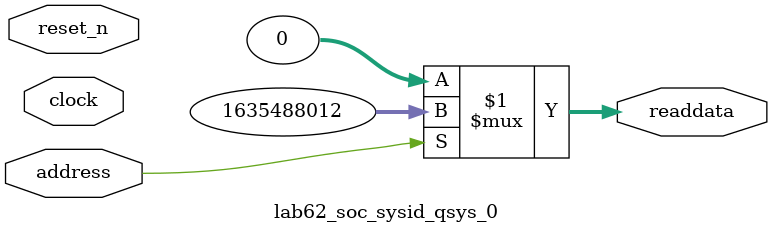
<source format=v>



// synthesis translate_off
`timescale 1ns / 1ps
// synthesis translate_on

// turn off superfluous verilog processor warnings 
// altera message_level Level1 
// altera message_off 10034 10035 10036 10037 10230 10240 10030 

module lab62_soc_sysid_qsys_0 (
               // inputs:
                address,
                clock,
                reset_n,

               // outputs:
                readdata
             )
;

  output  [ 31: 0] readdata;
  input            address;
  input            clock;
  input            reset_n;

  wire    [ 31: 0] readdata;
  //control_slave, which is an e_avalon_slave
  assign readdata = address ? 1635488012 : 0;

endmodule



</source>
